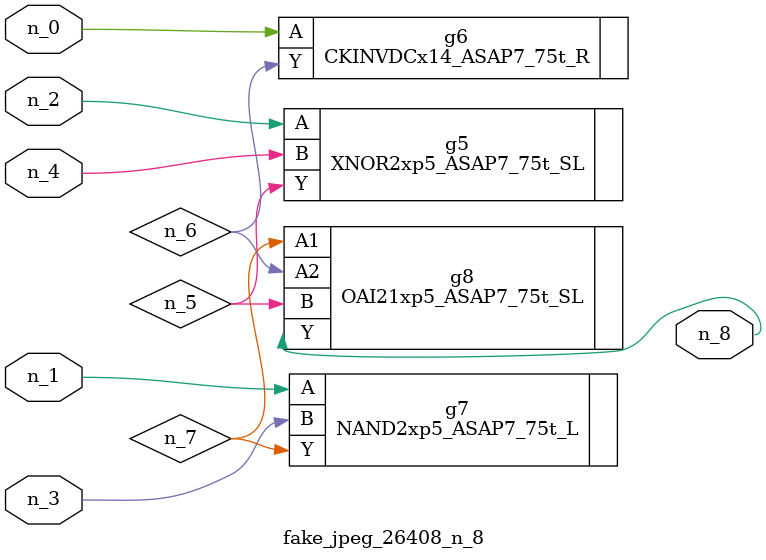
<source format=v>
module fake_jpeg_26408_n_8 (n_3, n_2, n_1, n_0, n_4, n_8);

input n_3;
input n_2;
input n_1;
input n_0;
input n_4;

output n_8;

wire n_6;
wire n_5;
wire n_7;

XNOR2xp5_ASAP7_75t_SL g5 ( 
.A(n_2),
.B(n_4),
.Y(n_5)
);

CKINVDCx14_ASAP7_75t_R g6 ( 
.A(n_0),
.Y(n_6)
);

NAND2xp5_ASAP7_75t_L g7 ( 
.A(n_1),
.B(n_3),
.Y(n_7)
);

OAI21xp5_ASAP7_75t_SL g8 ( 
.A1(n_7),
.A2(n_6),
.B(n_5),
.Y(n_8)
);


endmodule
</source>
